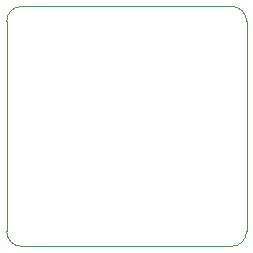
<source format=gbr>
%TF.GenerationSoftware,KiCad,Pcbnew,6.0.6-3a73a75311~116~ubuntu20.04.1*%
%TF.CreationDate,2022-07-03T10:11:38+02:00*%
%TF.ProjectId,MD_Mod,4d445f4d-6f64-42e6-9b69-6361645f7063,rev?*%
%TF.SameCoordinates,Original*%
%TF.FileFunction,Profile,NP*%
%FSLAX46Y46*%
G04 Gerber Fmt 4.6, Leading zero omitted, Abs format (unit mm)*
G04 Created by KiCad (PCBNEW 6.0.6-3a73a75311~116~ubuntu20.04.1) date 2022-07-03 10:11:38*
%MOMM*%
%LPD*%
G01*
G04 APERTURE LIST*
%TA.AperFunction,Profile*%
%ADD10C,0.100000*%
%TD*%
G04 APERTURE END LIST*
D10*
X156210000Y-114427000D02*
G75*
G03*
X157480000Y-113157000I0J1270000D01*
G01*
X157480000Y-95377000D02*
G75*
G03*
X156210000Y-94107000I-1270000J0D01*
G01*
X156210000Y-94107000D02*
X138430000Y-94107000D01*
X137160000Y-113157000D02*
G75*
G03*
X138430000Y-114427000I1270000J0D01*
G01*
X138430000Y-114427000D02*
X156210000Y-114427000D01*
X157480000Y-113157000D02*
X157480000Y-95377000D01*
X137160000Y-95377000D02*
X137160000Y-113157000D01*
X138430000Y-94107000D02*
G75*
G03*
X137160000Y-95377000I0J-1270000D01*
G01*
M02*

</source>
